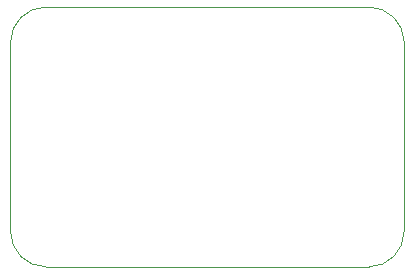
<source format=gbr>
%TF.GenerationSoftware,KiCad,Pcbnew,9.0.0*%
%TF.CreationDate,2025-03-04T01:13:20+05:30*%
%TF.ProjectId,UPDI-FTDI,55504449-2d46-4544-9449-2e6b69636164,rev?*%
%TF.SameCoordinates,Original*%
%TF.FileFunction,Profile,NP*%
%FSLAX46Y46*%
G04 Gerber Fmt 4.6, Leading zero omitted, Abs format (unit mm)*
G04 Created by KiCad (PCBNEW 9.0.0) date 2025-03-04 01:13:20*
%MOMM*%
%LPD*%
G01*
G04 APERTURE LIST*
%TA.AperFunction,Profile*%
%ADD10C,0.100000*%
%TD*%
G04 APERTURE END LIST*
D10*
X103162904Y-60500000D02*
G75*
G02*
X100162900Y-57500000I-4J3000000D01*
G01*
X100162904Y-41500000D02*
G75*
G02*
X103162904Y-38500004I2999996J0D01*
G01*
X133500000Y-57500000D02*
G75*
G02*
X130500000Y-60500000I-3000000J0D01*
G01*
X130500000Y-38500000D02*
G75*
G02*
X133500000Y-41500000I0J-3000000D01*
G01*
X130500000Y-60500000D02*
X103162904Y-60500000D01*
X100162904Y-57500000D02*
X100162904Y-41500000D01*
X103162904Y-38500000D02*
X130500000Y-38500000D01*
X133500000Y-41500000D02*
X133500000Y-57500000D01*
M02*

</source>
